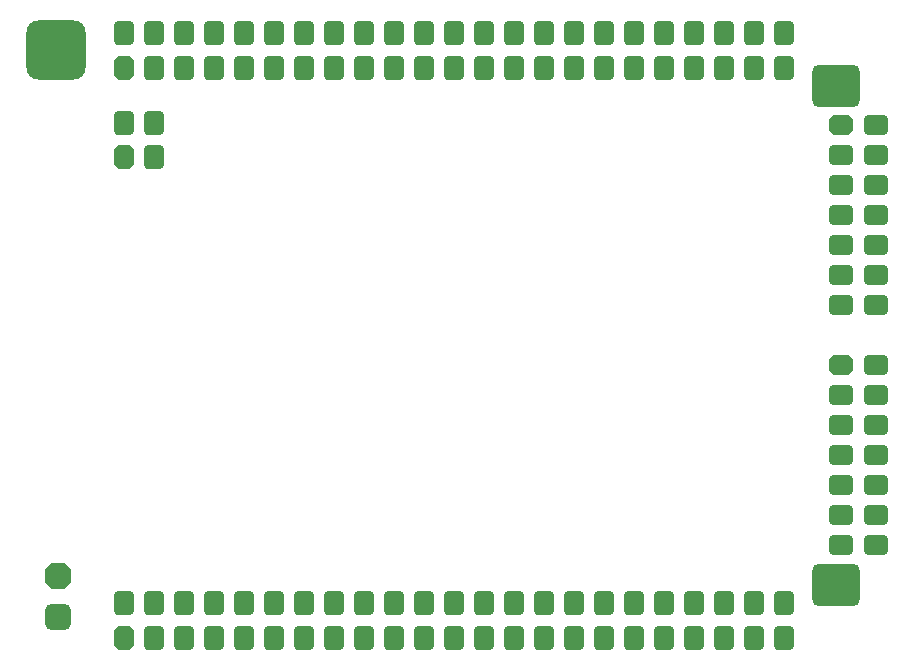
<source format=gbr>
%TF.GenerationSoftware,Altium Limited,Altium Designer,21.1.0 (24)*%
G04 Layer_Color=255*
%FSLAX45Y45*%
%MOMM*%
%TF.SameCoordinates,396C0E3A-29EE-4C6C-8395-06145A698007*%
%TF.FilePolarity,Positive*%
%TF.FileFunction,Pads,Bot*%
%TF.Part,Single*%
G01*
G75*
%TA.AperFunction,ComponentPad*%
G04:AMPARAMS|DCode=84|XSize=1.7mm|YSize=2.1mm|CornerRadius=0mm|HoleSize=0mm|Usage=FLASHONLY|Rotation=0.000|XOffset=0mm|YOffset=0mm|HoleType=Round|Shape=Octagon|*
%AMOCTAGOND84*
4,1,8,-0.42500,1.05000,0.42500,1.05000,0.85000,0.62500,0.85000,-0.62500,0.42500,-1.05000,-0.42500,-1.05000,-0.85000,-0.62500,-0.85000,0.62500,-0.42500,1.05000,0.0*
%
%ADD84OCTAGOND84*%

G04:AMPARAMS|DCode=85|XSize=1.7mm|YSize=2.1mm|CornerRadius=0.425mm|HoleSize=0mm|Usage=FLASHONLY|Rotation=0.000|XOffset=0mm|YOffset=0mm|HoleType=Round|Shape=RoundedRectangle|*
%AMROUNDEDRECTD85*
21,1,1.70000,1.25001,0,0,0.0*
21,1,0.85000,2.10000,0,0,0.0*
1,1,0.85000,0.42500,-0.62500*
1,1,0.85000,-0.42500,-0.62500*
1,1,0.85000,-0.42500,0.62500*
1,1,0.85000,0.42500,0.62500*
%
%ADD85ROUNDEDRECTD85*%
G04:AMPARAMS|DCode=86|XSize=1.7mm|YSize=2.1mm|CornerRadius=0.425mm|HoleSize=0mm|Usage=FLASHONLY|Rotation=270.000|XOffset=0mm|YOffset=0mm|HoleType=Round|Shape=RoundedRectangle|*
%AMROUNDEDRECTD86*
21,1,1.70000,1.25001,0,0,270.0*
21,1,0.85000,2.10000,0,0,270.0*
1,1,0.85000,-0.62500,-0.42500*
1,1,0.85000,-0.62500,0.42500*
1,1,0.85000,0.62500,0.42500*
1,1,0.85000,0.62500,-0.42500*
%
%ADD86ROUNDEDRECTD86*%
G04:AMPARAMS|DCode=87|XSize=1.7mm|YSize=2.1mm|CornerRadius=0mm|HoleSize=0mm|Usage=FLASHONLY|Rotation=270.000|XOffset=0mm|YOffset=0mm|HoleType=Round|Shape=Octagon|*
%AMOCTAGOND87*
4,1,8,1.05000,0.42500,1.05000,-0.42500,0.62500,-0.85000,-0.62500,-0.85000,-1.05000,-0.42500,-1.05000,0.42500,-0.62500,0.85000,0.62500,0.85000,1.05000,0.42500,0.0*
%
%ADD87OCTAGOND87*%

G04:AMPARAMS|DCode=88|XSize=4mm|YSize=3.6mm|CornerRadius=0.54mm|HoleSize=0mm|Usage=FLASHONLY|Rotation=0.000|XOffset=0mm|YOffset=0mm|HoleType=Round|Shape=RoundedRectangle|*
%AMROUNDEDRECTD88*
21,1,4.00000,2.52000,0,0,0.0*
21,1,2.92000,3.60000,0,0,0.0*
1,1,1.08000,1.46000,-1.26000*
1,1,1.08000,-1.46000,-1.26000*
1,1,1.08000,-1.46000,1.26000*
1,1,1.08000,1.46000,1.26000*
%
%ADD88ROUNDEDRECTD88*%
G04:AMPARAMS|DCode=89|XSize=5mm|YSize=5mm|CornerRadius=1mm|HoleSize=0mm|Usage=FLASHONLY|Rotation=0.000|XOffset=0mm|YOffset=0mm|HoleType=Round|Shape=RoundedRectangle|*
%AMROUNDEDRECTD89*
21,1,5.00000,3.00000,0,0,0.0*
21,1,3.00000,5.00000,0,0,0.0*
1,1,2.00000,1.50000,-1.50000*
1,1,2.00000,-1.50000,-1.50000*
1,1,2.00000,-1.50000,1.50000*
1,1,2.00000,1.50000,1.50000*
%
%ADD89ROUNDEDRECTD89*%
G04:AMPARAMS|DCode=90|XSize=2.2mm|YSize=2.2mm|CornerRadius=0mm|HoleSize=0mm|Usage=FLASHONLY|Rotation=270.000|XOffset=0mm|YOffset=0mm|HoleType=Round|Shape=Octagon|*
%AMOCTAGOND90*
4,1,8,-0.55000,-1.10000,0.55000,-1.10000,1.10000,-0.55000,1.10000,0.55000,0.55000,1.10000,-0.55000,1.10000,-1.10000,0.55000,-1.10000,-0.55000,-0.55000,-1.10000,0.0*
%
%ADD90OCTAGOND90*%

G04:AMPARAMS|DCode=91|XSize=2.2mm|YSize=2.2mm|CornerRadius=0.55mm|HoleSize=0mm|Usage=FLASHONLY|Rotation=270.000|XOffset=0mm|YOffset=0mm|HoleType=Round|Shape=RoundedRectangle|*
%AMROUNDEDRECTD91*
21,1,2.20000,1.10000,0,0,270.0*
21,1,1.10000,2.20000,0,0,270.0*
1,1,1.10000,-0.55000,-0.55000*
1,1,1.10000,-0.55000,0.55000*
1,1,1.10000,0.55000,0.55000*
1,1,1.10000,0.55000,-0.55000*
%
%ADD91ROUNDEDRECTD91*%
D84*
X2032000Y170500D02*
D03*
Y4996500D02*
D03*
Y4238400D02*
D03*
D85*
X2286000Y170500D02*
D03*
X2540000D02*
D03*
X2794000D02*
D03*
X3048000D02*
D03*
X3302000D02*
D03*
X3556000D02*
D03*
X3810000D02*
D03*
X4064000D02*
D03*
X4318000D02*
D03*
X4572000D02*
D03*
X4826000D02*
D03*
X5080000D02*
D03*
X5334000D02*
D03*
X5588000D02*
D03*
X5842000D02*
D03*
X6096000D02*
D03*
X6350000D02*
D03*
X6604000D02*
D03*
X6858000D02*
D03*
X7112000D02*
D03*
X7366000D02*
D03*
X7620000D02*
D03*
X2032000Y464500D02*
D03*
X2286000D02*
D03*
X2540000D02*
D03*
X2794000D02*
D03*
X3048000D02*
D03*
X3302000D02*
D03*
X3556000D02*
D03*
X3810000D02*
D03*
X4064000D02*
D03*
X4318000D02*
D03*
X4572000D02*
D03*
X4826000D02*
D03*
X5080000D02*
D03*
X5334000D02*
D03*
X5588000D02*
D03*
X5842000D02*
D03*
X6096000D02*
D03*
X6350000D02*
D03*
X6604000D02*
D03*
X6858000D02*
D03*
X7112000D02*
D03*
X7366000D02*
D03*
X7620000D02*
D03*
X2286000Y4996500D02*
D03*
X2540000D02*
D03*
X2794000D02*
D03*
X3048000D02*
D03*
X3302000D02*
D03*
X3556000D02*
D03*
X3810000D02*
D03*
X4064000D02*
D03*
X4318000D02*
D03*
X4572000D02*
D03*
X4826000D02*
D03*
X5080000D02*
D03*
X5334000D02*
D03*
X5588000D02*
D03*
X5842000D02*
D03*
X6096000D02*
D03*
X6350000D02*
D03*
X6604000D02*
D03*
X6858000D02*
D03*
X7112000D02*
D03*
X7366000D02*
D03*
X7620000D02*
D03*
X2032000Y5290500D02*
D03*
X2286000D02*
D03*
X2540000D02*
D03*
X2794000D02*
D03*
X3048000D02*
D03*
X3302000D02*
D03*
X3556000D02*
D03*
X3810000D02*
D03*
X4064000D02*
D03*
X4318000D02*
D03*
X4572000D02*
D03*
X4826000D02*
D03*
X5080000D02*
D03*
X5334000D02*
D03*
X5588000D02*
D03*
X5842000D02*
D03*
X6096000D02*
D03*
X6350000D02*
D03*
X6604000D02*
D03*
X6858000D02*
D03*
X7112000D02*
D03*
X7366000D02*
D03*
X7620000D02*
D03*
X2286000Y4238400D02*
D03*
Y4532400D02*
D03*
X2032000D02*
D03*
D86*
X8402000Y952800D02*
D03*
Y1206800D02*
D03*
Y1460800D02*
D03*
Y1714800D02*
D03*
Y1968800D02*
D03*
Y2222800D02*
D03*
Y2476800D02*
D03*
X8108000Y952800D02*
D03*
Y1206800D02*
D03*
Y1460800D02*
D03*
Y1714800D02*
D03*
Y1968800D02*
D03*
Y2222800D02*
D03*
Y4254800D02*
D03*
Y4000800D02*
D03*
Y3746800D02*
D03*
Y3492800D02*
D03*
Y3238800D02*
D03*
Y2984800D02*
D03*
X8402000Y4508800D02*
D03*
Y4254800D02*
D03*
Y4000800D02*
D03*
Y3746800D02*
D03*
Y3492800D02*
D03*
Y3238800D02*
D03*
Y2984800D02*
D03*
D87*
X8108000Y2476800D02*
D03*
Y4508800D02*
D03*
D88*
X8064500Y615000D02*
D03*
Y4846000D02*
D03*
D89*
X1460500Y5143500D02*
D03*
D90*
X1480000Y695000D02*
D03*
D91*
Y345000D02*
D03*
%TF.MD5,2be0bf0db51a4c5063439266a8541e2f*%
M02*

</source>
